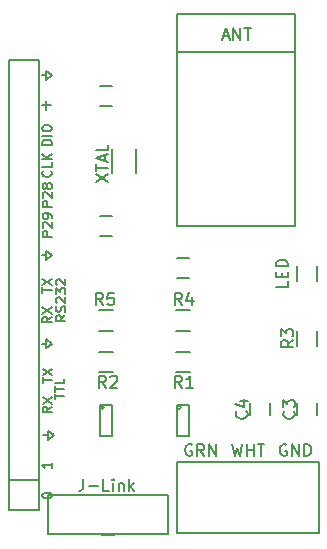
<source format=gto>
G04 #@! TF.FileFunction,Legend,Top*
%FSLAX46Y46*%
G04 Gerber Fmt 4.6, Leading zero omitted, Abs format (unit mm)*
G04 Created by KiCad (PCBNEW (2015-01-02 BZR 5348)-product) date 1/7/2015 6:05:39 PM*
%MOMM*%
G01*
G04 APERTURE LIST*
%ADD10C,0.150000*%
G04 APERTURE END LIST*
D10*
X168500000Y-42850000D02*
X169500000Y-42850000D01*
X169500000Y-41150000D02*
X168500000Y-41150000D01*
X176000000Y-55650000D02*
X175000000Y-55650000D01*
X175000000Y-57350000D02*
X176000000Y-57350000D01*
X168500000Y-53850000D02*
X169500000Y-53850000D01*
X169500000Y-52150000D02*
X168500000Y-52150000D01*
X174900000Y-63625000D02*
X176100000Y-63625000D01*
X176100000Y-65375000D02*
X174900000Y-65375000D01*
X168400000Y-63625000D02*
X169600000Y-63625000D01*
X169600000Y-65375000D02*
X168400000Y-65375000D01*
X185125000Y-63100000D02*
X185125000Y-61900000D01*
X186875000Y-61900000D02*
X186875000Y-63100000D01*
X174900000Y-60125000D02*
X176100000Y-60125000D01*
X176100000Y-61875000D02*
X174900000Y-61875000D01*
X168400000Y-60125000D02*
X169600000Y-60125000D01*
X169600000Y-61875000D02*
X168400000Y-61875000D01*
X168808550Y-68323980D02*
G75*
G03X168808550Y-68323980I-159070J0D01*
G01*
X169508000Y-70770000D02*
X168492000Y-70770000D01*
X169508000Y-68166500D02*
X168492000Y-68166500D01*
X168492000Y-70770000D02*
X168492000Y-68166500D01*
X169508000Y-68166500D02*
X169508000Y-70770000D01*
X175308550Y-68323980D02*
G75*
G03X175308550Y-68323980I-159070J0D01*
G01*
X176008000Y-70770000D02*
X174992000Y-70770000D01*
X176008000Y-68166500D02*
X174992000Y-68166500D01*
X174992000Y-70770000D02*
X174992000Y-68166500D01*
X176008000Y-68166500D02*
X176008000Y-70770000D01*
X175000000Y-38250000D02*
X185000000Y-38250000D01*
X185000000Y-35000000D02*
X175000000Y-35000000D01*
X175000000Y-35000000D02*
X175000000Y-53000000D01*
X175000000Y-53000000D02*
X185000000Y-53000000D01*
X185000000Y-53000000D02*
X185000000Y-35000000D01*
X181000000Y-73000000D02*
X187000000Y-73000000D01*
X187000000Y-73000000D02*
X187000000Y-79000000D01*
X187000000Y-79000000D02*
X181000000Y-79000000D01*
X181000000Y-79000000D02*
X175000000Y-79000000D01*
X175000000Y-79000000D02*
X175000000Y-73000000D01*
X175000000Y-73000000D02*
X181000000Y-73000000D01*
X169475000Y-46500000D02*
X169475000Y-48500000D01*
X171525000Y-48500000D02*
X171525000Y-46500000D01*
X186850000Y-69000000D02*
X186850000Y-68000000D01*
X185150000Y-68000000D02*
X185150000Y-69000000D01*
X182850000Y-69000000D02*
X182850000Y-68000000D01*
X181150000Y-68000000D02*
X181150000Y-69000000D01*
X174220000Y-79016000D02*
X174220000Y-78889000D01*
X164060000Y-79016000D02*
X164060000Y-78762000D01*
X169648000Y-79143000D02*
X168632000Y-79143000D01*
X172950000Y-79016000D02*
X174220000Y-79016000D01*
X174220000Y-78889000D02*
X174220000Y-75714000D01*
X174220000Y-75714000D02*
X172823000Y-75714000D01*
X169140000Y-79016000D02*
X164060000Y-79016000D01*
X164060000Y-78889000D02*
X164060000Y-75714000D01*
X164060000Y-75714000D02*
X172950000Y-75714000D01*
X172950000Y-79016000D02*
X169140000Y-79016000D01*
X185125000Y-57600000D02*
X185125000Y-56400000D01*
X186875000Y-56400000D02*
X186875000Y-57600000D01*
X163524000Y-42760000D02*
X164286000Y-42760000D01*
X163905000Y-42760000D02*
X163905000Y-43141000D01*
X163905000Y-43141000D02*
X163905000Y-42379000D01*
X163905000Y-62572000D02*
X163905000Y-62953000D01*
X164413000Y-62953000D02*
X163905000Y-62572000D01*
X163905000Y-63334000D02*
X164413000Y-62953000D01*
X163905000Y-62953000D02*
X163905000Y-63334000D01*
X163524000Y-62953000D02*
X163905000Y-62953000D01*
X163651000Y-70700000D02*
X164032000Y-70700000D01*
X164032000Y-70700000D02*
X164032000Y-71081000D01*
X164032000Y-71081000D02*
X164540000Y-70700000D01*
X164540000Y-70700000D02*
X164032000Y-70319000D01*
X164032000Y-70319000D02*
X164032000Y-70700000D01*
X163905000Y-39839000D02*
X163905000Y-40220000D01*
X164413000Y-40220000D02*
X163905000Y-39839000D01*
X163905000Y-40601000D02*
X164413000Y-40220000D01*
X163905000Y-40220000D02*
X163905000Y-40601000D01*
X163524000Y-40220000D02*
X163905000Y-40220000D01*
X163524000Y-55460000D02*
X163905000Y-55460000D01*
X163905000Y-55460000D02*
X163905000Y-55841000D01*
X163905000Y-55841000D02*
X164413000Y-55460000D01*
X164413000Y-55460000D02*
X163905000Y-55079000D01*
X163905000Y-55079000D02*
X163905000Y-55460000D01*
X163270000Y-74510000D02*
X163270000Y-38950000D01*
X163270000Y-38950000D02*
X160730000Y-38950000D01*
X160730000Y-38950000D02*
X160730000Y-74510000D01*
X160730000Y-77050000D02*
X160730000Y-74510000D01*
X160730000Y-74510000D02*
X163270000Y-74510000D01*
X160730000Y-77050000D02*
X163270000Y-77050000D01*
X163270000Y-77050000D02*
X163270000Y-74510000D01*
X175395334Y-66652381D02*
X175062000Y-66176190D01*
X174823905Y-66652381D02*
X174823905Y-65652381D01*
X175204858Y-65652381D01*
X175300096Y-65700000D01*
X175347715Y-65747619D01*
X175395334Y-65842857D01*
X175395334Y-65985714D01*
X175347715Y-66080952D01*
X175300096Y-66128571D01*
X175204858Y-66176190D01*
X174823905Y-66176190D01*
X176347715Y-66652381D02*
X175776286Y-66652381D01*
X176062000Y-66652381D02*
X176062000Y-65652381D01*
X175966762Y-65795238D01*
X175871524Y-65890476D01*
X175776286Y-65938095D01*
X168961334Y-66652381D02*
X168628000Y-66176190D01*
X168389905Y-66652381D02*
X168389905Y-65652381D01*
X168770858Y-65652381D01*
X168866096Y-65700000D01*
X168913715Y-65747619D01*
X168961334Y-65842857D01*
X168961334Y-65985714D01*
X168913715Y-66080952D01*
X168866096Y-66128571D01*
X168770858Y-66176190D01*
X168389905Y-66176190D01*
X169342286Y-65747619D02*
X169389905Y-65700000D01*
X169485143Y-65652381D01*
X169723239Y-65652381D01*
X169818477Y-65700000D01*
X169866096Y-65747619D01*
X169913715Y-65842857D01*
X169913715Y-65938095D01*
X169866096Y-66080952D01*
X169294667Y-66652381D01*
X169913715Y-66652381D01*
X184812381Y-62646666D02*
X184336190Y-62980000D01*
X184812381Y-63218095D02*
X183812381Y-63218095D01*
X183812381Y-62837142D01*
X183860000Y-62741904D01*
X183907619Y-62694285D01*
X184002857Y-62646666D01*
X184145714Y-62646666D01*
X184240952Y-62694285D01*
X184288571Y-62741904D01*
X184336190Y-62837142D01*
X184336190Y-63218095D01*
X183812381Y-62313333D02*
X183812381Y-61694285D01*
X184193333Y-62027619D01*
X184193333Y-61884761D01*
X184240952Y-61789523D01*
X184288571Y-61741904D01*
X184383810Y-61694285D01*
X184621905Y-61694285D01*
X184717143Y-61741904D01*
X184764762Y-61789523D01*
X184812381Y-61884761D01*
X184812381Y-62170476D01*
X184764762Y-62265714D01*
X184717143Y-62313333D01*
X175395334Y-59656381D02*
X175062000Y-59180190D01*
X174823905Y-59656381D02*
X174823905Y-58656381D01*
X175204858Y-58656381D01*
X175300096Y-58704000D01*
X175347715Y-58751619D01*
X175395334Y-58846857D01*
X175395334Y-58989714D01*
X175347715Y-59084952D01*
X175300096Y-59132571D01*
X175204858Y-59180190D01*
X174823905Y-59180190D01*
X176252477Y-58989714D02*
X176252477Y-59656381D01*
X176014381Y-58608762D02*
X175776286Y-59323048D01*
X176395334Y-59323048D01*
X168707334Y-59656381D02*
X168374000Y-59180190D01*
X168135905Y-59656381D02*
X168135905Y-58656381D01*
X168516858Y-58656381D01*
X168612096Y-58704000D01*
X168659715Y-58751619D01*
X168707334Y-58846857D01*
X168707334Y-58989714D01*
X168659715Y-59084952D01*
X168612096Y-59132571D01*
X168516858Y-59180190D01*
X168135905Y-59180190D01*
X169612096Y-58656381D02*
X169135905Y-58656381D01*
X169088286Y-59132571D01*
X169135905Y-59084952D01*
X169231143Y-59037333D01*
X169469239Y-59037333D01*
X169564477Y-59084952D01*
X169612096Y-59132571D01*
X169659715Y-59227810D01*
X169659715Y-59465905D01*
X169612096Y-59561143D01*
X169564477Y-59608762D01*
X169469239Y-59656381D01*
X169231143Y-59656381D01*
X169135905Y-59608762D01*
X169088286Y-59561143D01*
X178857143Y-36916667D02*
X179333334Y-36916667D01*
X178761905Y-37202381D02*
X179095238Y-36202381D01*
X179428572Y-37202381D01*
X179761905Y-37202381D02*
X179761905Y-36202381D01*
X180333334Y-37202381D01*
X180333334Y-36202381D01*
X180666667Y-36202381D02*
X181238096Y-36202381D01*
X180952381Y-37202381D02*
X180952381Y-36202381D01*
X184238096Y-71500000D02*
X184142858Y-71452381D01*
X184000001Y-71452381D01*
X183857143Y-71500000D01*
X183761905Y-71595238D01*
X183714286Y-71690476D01*
X183666667Y-71880952D01*
X183666667Y-72023810D01*
X183714286Y-72214286D01*
X183761905Y-72309524D01*
X183857143Y-72404762D01*
X184000001Y-72452381D01*
X184095239Y-72452381D01*
X184238096Y-72404762D01*
X184285715Y-72357143D01*
X184285715Y-72023810D01*
X184095239Y-72023810D01*
X184714286Y-72452381D02*
X184714286Y-71452381D01*
X185285715Y-72452381D01*
X185285715Y-71452381D01*
X185761905Y-72452381D02*
X185761905Y-71452381D01*
X186000000Y-71452381D01*
X186142858Y-71500000D01*
X186238096Y-71595238D01*
X186285715Y-71690476D01*
X186333334Y-71880952D01*
X186333334Y-72023810D01*
X186285715Y-72214286D01*
X186238096Y-72309524D01*
X186142858Y-72404762D01*
X186000000Y-72452381D01*
X185761905Y-72452381D01*
X179666667Y-71452381D02*
X179904762Y-72452381D01*
X180095239Y-71738095D01*
X180285715Y-72452381D01*
X180523810Y-71452381D01*
X180904762Y-72452381D02*
X180904762Y-71452381D01*
X180904762Y-71928571D02*
X181476191Y-71928571D01*
X181476191Y-72452381D02*
X181476191Y-71452381D01*
X181809524Y-71452381D02*
X182380953Y-71452381D01*
X182095238Y-72452381D02*
X182095238Y-71452381D01*
X176238096Y-71500000D02*
X176142858Y-71452381D01*
X176000001Y-71452381D01*
X175857143Y-71500000D01*
X175761905Y-71595238D01*
X175714286Y-71690476D01*
X175666667Y-71880952D01*
X175666667Y-72023810D01*
X175714286Y-72214286D01*
X175761905Y-72309524D01*
X175857143Y-72404762D01*
X176000001Y-72452381D01*
X176095239Y-72452381D01*
X176238096Y-72404762D01*
X176285715Y-72357143D01*
X176285715Y-72023810D01*
X176095239Y-72023810D01*
X177285715Y-72452381D02*
X176952381Y-71976190D01*
X176714286Y-72452381D02*
X176714286Y-71452381D01*
X177095239Y-71452381D01*
X177190477Y-71500000D01*
X177238096Y-71547619D01*
X177285715Y-71642857D01*
X177285715Y-71785714D01*
X177238096Y-71880952D01*
X177190477Y-71928571D01*
X177095239Y-71976190D01*
X176714286Y-71976190D01*
X177714286Y-72452381D02*
X177714286Y-71452381D01*
X178285715Y-72452381D01*
X178285715Y-71452381D01*
X168152381Y-49247619D02*
X169152381Y-48580952D01*
X168152381Y-48580952D02*
X169152381Y-49247619D01*
X168152381Y-48342857D02*
X168152381Y-47771428D01*
X169152381Y-48057143D02*
X168152381Y-48057143D01*
X168866667Y-47485714D02*
X168866667Y-47009523D01*
X169152381Y-47580952D02*
X168152381Y-47247619D01*
X169152381Y-46914285D01*
X169152381Y-46104761D02*
X169152381Y-46580952D01*
X168152381Y-46580952D01*
X184857143Y-68666666D02*
X184904762Y-68714285D01*
X184952381Y-68857142D01*
X184952381Y-68952380D01*
X184904762Y-69095238D01*
X184809524Y-69190476D01*
X184714286Y-69238095D01*
X184523810Y-69285714D01*
X184380952Y-69285714D01*
X184190476Y-69238095D01*
X184095238Y-69190476D01*
X184000000Y-69095238D01*
X183952381Y-68952380D01*
X183952381Y-68857142D01*
X184000000Y-68714285D01*
X184047619Y-68666666D01*
X183952381Y-68333333D02*
X183952381Y-67714285D01*
X184333333Y-68047619D01*
X184333333Y-67904761D01*
X184380952Y-67809523D01*
X184428571Y-67761904D01*
X184523810Y-67714285D01*
X184761905Y-67714285D01*
X184857143Y-67761904D01*
X184904762Y-67809523D01*
X184952381Y-67904761D01*
X184952381Y-68190476D01*
X184904762Y-68285714D01*
X184857143Y-68333333D01*
X180857143Y-68666666D02*
X180904762Y-68714285D01*
X180952381Y-68857142D01*
X180952381Y-68952380D01*
X180904762Y-69095238D01*
X180809524Y-69190476D01*
X180714286Y-69238095D01*
X180523810Y-69285714D01*
X180380952Y-69285714D01*
X180190476Y-69238095D01*
X180095238Y-69190476D01*
X180000000Y-69095238D01*
X179952381Y-68952380D01*
X179952381Y-68857142D01*
X180000000Y-68714285D01*
X180047619Y-68666666D01*
X180285714Y-67809523D02*
X180952381Y-67809523D01*
X179904762Y-68047619D02*
X180619048Y-68285714D01*
X180619048Y-67666666D01*
X167036810Y-74404381D02*
X167036810Y-75118667D01*
X166989190Y-75261524D01*
X166893952Y-75356762D01*
X166751095Y-75404381D01*
X166655857Y-75404381D01*
X167513000Y-75023429D02*
X168274905Y-75023429D01*
X169227286Y-75404381D02*
X168751095Y-75404381D01*
X168751095Y-74404381D01*
X169560619Y-75404381D02*
X169560619Y-74737714D01*
X169560619Y-74404381D02*
X169513000Y-74452000D01*
X169560619Y-74499619D01*
X169608238Y-74452000D01*
X169560619Y-74404381D01*
X169560619Y-74499619D01*
X170036809Y-74737714D02*
X170036809Y-75404381D01*
X170036809Y-74832952D02*
X170084428Y-74785333D01*
X170179666Y-74737714D01*
X170322524Y-74737714D01*
X170417762Y-74785333D01*
X170465381Y-74880571D01*
X170465381Y-75404381D01*
X170941571Y-75404381D02*
X170941571Y-74404381D01*
X171036809Y-75023429D02*
X171322524Y-75404381D01*
X171322524Y-74737714D02*
X170941571Y-75118667D01*
X184352381Y-57642857D02*
X184352381Y-58119048D01*
X183352381Y-58119048D01*
X183828571Y-57309524D02*
X183828571Y-56976190D01*
X184352381Y-56833333D02*
X184352381Y-57309524D01*
X183352381Y-57309524D01*
X183352381Y-56833333D01*
X184352381Y-56404762D02*
X183352381Y-56404762D01*
X183352381Y-56166667D01*
X183400000Y-56023809D01*
X183495238Y-55928571D01*
X183590476Y-55880952D01*
X183780952Y-55833333D01*
X183923810Y-55833333D01*
X184114286Y-55880952D01*
X184209524Y-55928571D01*
X184304762Y-56023809D01*
X184352381Y-56166667D01*
X184352381Y-56404762D01*
X164393905Y-53891429D02*
X163593905Y-53891429D01*
X163593905Y-53586667D01*
X163632000Y-53510476D01*
X163670095Y-53472381D01*
X163746286Y-53434286D01*
X163860571Y-53434286D01*
X163936762Y-53472381D01*
X163974857Y-53510476D01*
X164012952Y-53586667D01*
X164012952Y-53891429D01*
X163670095Y-53129524D02*
X163632000Y-53091429D01*
X163593905Y-53015238D01*
X163593905Y-52824762D01*
X163632000Y-52748572D01*
X163670095Y-52710476D01*
X163746286Y-52672381D01*
X163822476Y-52672381D01*
X163936762Y-52710476D01*
X164393905Y-53167619D01*
X164393905Y-52672381D01*
X164393905Y-52291429D02*
X164393905Y-52139048D01*
X164355810Y-52062857D01*
X164317714Y-52024762D01*
X164203429Y-51948571D01*
X164051048Y-51910476D01*
X163746286Y-51910476D01*
X163670095Y-51948571D01*
X163632000Y-51986667D01*
X163593905Y-52062857D01*
X163593905Y-52215238D01*
X163632000Y-52291429D01*
X163670095Y-52329524D01*
X163746286Y-52367619D01*
X163936762Y-52367619D01*
X164012952Y-52329524D01*
X164051048Y-52291429D01*
X164089143Y-52215238D01*
X164089143Y-52062857D01*
X164051048Y-51986667D01*
X164012952Y-51948571D01*
X163936762Y-51910476D01*
X164393905Y-51351429D02*
X163593905Y-51351429D01*
X163593905Y-51046667D01*
X163632000Y-50970476D01*
X163670095Y-50932381D01*
X163746286Y-50894286D01*
X163860571Y-50894286D01*
X163936762Y-50932381D01*
X163974857Y-50970476D01*
X164012952Y-51046667D01*
X164012952Y-51351429D01*
X163670095Y-50589524D02*
X163632000Y-50551429D01*
X163593905Y-50475238D01*
X163593905Y-50284762D01*
X163632000Y-50208572D01*
X163670095Y-50170476D01*
X163746286Y-50132381D01*
X163822476Y-50132381D01*
X163936762Y-50170476D01*
X164393905Y-50627619D01*
X164393905Y-50132381D01*
X163936762Y-49675238D02*
X163898667Y-49751429D01*
X163860571Y-49789524D01*
X163784381Y-49827619D01*
X163746286Y-49827619D01*
X163670095Y-49789524D01*
X163632000Y-49751429D01*
X163593905Y-49675238D01*
X163593905Y-49522857D01*
X163632000Y-49446667D01*
X163670095Y-49408571D01*
X163746286Y-49370476D01*
X163784381Y-49370476D01*
X163860571Y-49408571D01*
X163898667Y-49446667D01*
X163936762Y-49522857D01*
X163936762Y-49675238D01*
X163974857Y-49751429D01*
X164012952Y-49789524D01*
X164089143Y-49827619D01*
X164241524Y-49827619D01*
X164317714Y-49789524D01*
X164355810Y-49751429D01*
X164393905Y-49675238D01*
X164393905Y-49522857D01*
X164355810Y-49446667D01*
X164317714Y-49408571D01*
X164241524Y-49370476D01*
X164089143Y-49370476D01*
X164012952Y-49408571D01*
X163974857Y-49446667D01*
X163936762Y-49522857D01*
X165536905Y-60546191D02*
X165155952Y-60812858D01*
X165536905Y-61003334D02*
X164736905Y-61003334D01*
X164736905Y-60698572D01*
X164775000Y-60622381D01*
X164813095Y-60584286D01*
X164889286Y-60546191D01*
X165003571Y-60546191D01*
X165079762Y-60584286D01*
X165117857Y-60622381D01*
X165155952Y-60698572D01*
X165155952Y-61003334D01*
X165498810Y-60241429D02*
X165536905Y-60127143D01*
X165536905Y-59936667D01*
X165498810Y-59860477D01*
X165460714Y-59822381D01*
X165384524Y-59784286D01*
X165308333Y-59784286D01*
X165232143Y-59822381D01*
X165194048Y-59860477D01*
X165155952Y-59936667D01*
X165117857Y-60089048D01*
X165079762Y-60165239D01*
X165041667Y-60203334D01*
X164965476Y-60241429D01*
X164889286Y-60241429D01*
X164813095Y-60203334D01*
X164775000Y-60165239D01*
X164736905Y-60089048D01*
X164736905Y-59898572D01*
X164775000Y-59784286D01*
X164813095Y-59479524D02*
X164775000Y-59441429D01*
X164736905Y-59365238D01*
X164736905Y-59174762D01*
X164775000Y-59098572D01*
X164813095Y-59060476D01*
X164889286Y-59022381D01*
X164965476Y-59022381D01*
X165079762Y-59060476D01*
X165536905Y-59517619D01*
X165536905Y-59022381D01*
X164736905Y-58755714D02*
X164736905Y-58260476D01*
X165041667Y-58527143D01*
X165041667Y-58412857D01*
X165079762Y-58336667D01*
X165117857Y-58298571D01*
X165194048Y-58260476D01*
X165384524Y-58260476D01*
X165460714Y-58298571D01*
X165498810Y-58336667D01*
X165536905Y-58412857D01*
X165536905Y-58641429D01*
X165498810Y-58717619D01*
X165460714Y-58755714D01*
X164813095Y-57955714D02*
X164775000Y-57917619D01*
X164736905Y-57841428D01*
X164736905Y-57650952D01*
X164775000Y-57574762D01*
X164813095Y-57536666D01*
X164889286Y-57498571D01*
X164965476Y-57498571D01*
X165079762Y-57536666D01*
X165536905Y-57993809D01*
X165536905Y-57498571D01*
X164609905Y-67620143D02*
X164609905Y-67163000D01*
X165409905Y-67391571D02*
X164609905Y-67391571D01*
X164609905Y-67010619D02*
X164609905Y-66553476D01*
X165409905Y-66782047D02*
X164609905Y-66782047D01*
X165409905Y-65905856D02*
X165409905Y-66286809D01*
X164609905Y-66286809D01*
X163561905Y-58609524D02*
X163561905Y-58152381D01*
X164361905Y-58380952D02*
X163561905Y-58380952D01*
X163561905Y-57961904D02*
X164361905Y-57428571D01*
X163561905Y-57428571D02*
X164361905Y-57961904D01*
X164361905Y-60673333D02*
X163980952Y-60940000D01*
X164361905Y-61130476D02*
X163561905Y-61130476D01*
X163561905Y-60825714D01*
X163600000Y-60749523D01*
X163638095Y-60711428D01*
X163714286Y-60673333D01*
X163828571Y-60673333D01*
X163904762Y-60711428D01*
X163942857Y-60749523D01*
X163980952Y-60825714D01*
X163980952Y-61130476D01*
X163561905Y-60406666D02*
X164361905Y-59873333D01*
X163561905Y-59873333D02*
X164361905Y-60406666D01*
X164393905Y-68293333D02*
X164012952Y-68560000D01*
X164393905Y-68750476D02*
X163593905Y-68750476D01*
X163593905Y-68445714D01*
X163632000Y-68369523D01*
X163670095Y-68331428D01*
X163746286Y-68293333D01*
X163860571Y-68293333D01*
X163936762Y-68331428D01*
X163974857Y-68369523D01*
X164012952Y-68445714D01*
X164012952Y-68750476D01*
X163593905Y-68026666D02*
X164393905Y-67493333D01*
X163593905Y-67493333D02*
X164393905Y-68026666D01*
X163593905Y-66229524D02*
X163593905Y-65772381D01*
X164393905Y-66000952D02*
X163593905Y-66000952D01*
X163593905Y-65581904D02*
X164393905Y-65048571D01*
X163593905Y-65048571D02*
X164393905Y-65581904D01*
X164361905Y-73011428D02*
X164361905Y-73468571D01*
X164361905Y-73240000D02*
X163561905Y-73240000D01*
X163676190Y-73316190D01*
X163752381Y-73392381D01*
X163790476Y-73468571D01*
X163561905Y-75818095D02*
X163561905Y-75741904D01*
X163600000Y-75665714D01*
X163638095Y-75627619D01*
X163714286Y-75589523D01*
X163866667Y-75551428D01*
X164057143Y-75551428D01*
X164209524Y-75589523D01*
X164285714Y-75627619D01*
X164323810Y-75665714D01*
X164361905Y-75741904D01*
X164361905Y-75818095D01*
X164323810Y-75894285D01*
X164285714Y-75932381D01*
X164209524Y-75970476D01*
X164057143Y-76008571D01*
X163866667Y-76008571D01*
X163714286Y-75970476D01*
X163638095Y-75932381D01*
X163600000Y-75894285D01*
X163561905Y-75818095D01*
X164361905Y-46119047D02*
X163561905Y-46119047D01*
X163561905Y-45928571D01*
X163600000Y-45814285D01*
X163676190Y-45738094D01*
X163752381Y-45699999D01*
X163904762Y-45661904D01*
X164019048Y-45661904D01*
X164171429Y-45699999D01*
X164247619Y-45738094D01*
X164323810Y-45814285D01*
X164361905Y-45928571D01*
X164361905Y-46119047D01*
X164361905Y-45319047D02*
X163561905Y-45319047D01*
X163561905Y-44785714D02*
X163561905Y-44633333D01*
X163600000Y-44557142D01*
X163676190Y-44480952D01*
X163828571Y-44442857D01*
X164095238Y-44442857D01*
X164247619Y-44480952D01*
X164323810Y-44557142D01*
X164361905Y-44633333D01*
X164361905Y-44785714D01*
X164323810Y-44861904D01*
X164247619Y-44938095D01*
X164095238Y-44976190D01*
X163828571Y-44976190D01*
X163676190Y-44938095D01*
X163600000Y-44861904D01*
X163561905Y-44785714D01*
X164285714Y-48316190D02*
X164323810Y-48354285D01*
X164361905Y-48468571D01*
X164361905Y-48544761D01*
X164323810Y-48659047D01*
X164247619Y-48735238D01*
X164171429Y-48773333D01*
X164019048Y-48811428D01*
X163904762Y-48811428D01*
X163752381Y-48773333D01*
X163676190Y-48735238D01*
X163600000Y-48659047D01*
X163561905Y-48544761D01*
X163561905Y-48468571D01*
X163600000Y-48354285D01*
X163638095Y-48316190D01*
X164361905Y-47592380D02*
X164361905Y-47973333D01*
X163561905Y-47973333D01*
X164361905Y-47325714D02*
X163561905Y-47325714D01*
X164361905Y-46868571D02*
X163904762Y-47211428D01*
X163561905Y-46868571D02*
X164019048Y-47325714D01*
M02*

</source>
